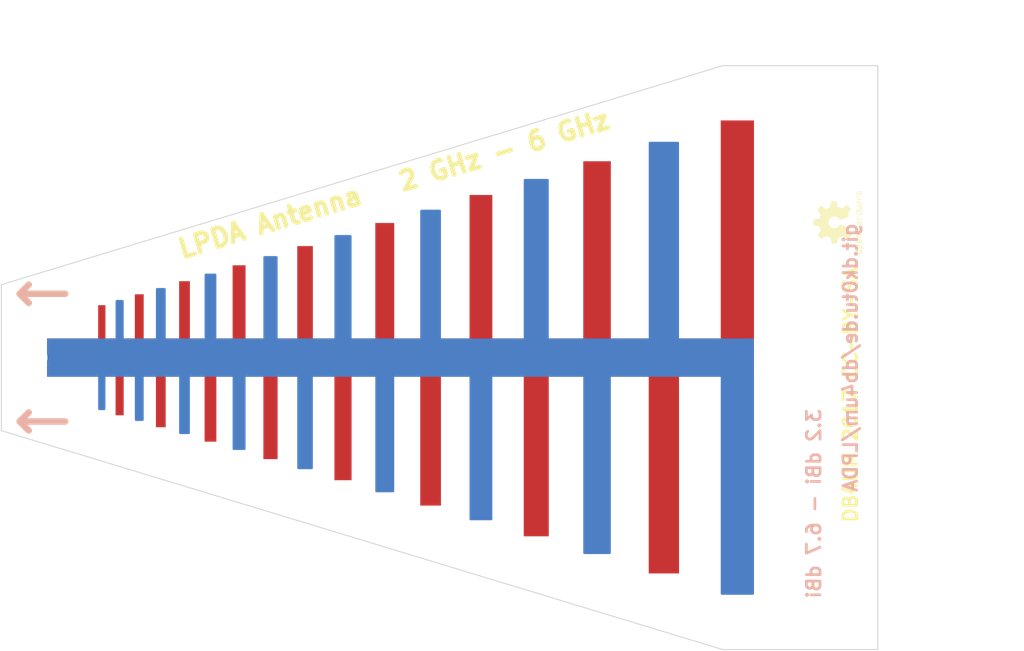
<source format=kicad_pcb>
(kicad_pcb (version 4) (host pcbnew 4.0.6-e0-6349~53~ubuntu16.04.1)
  (layers (0 F.Cu signal) (31 B.Cu signal) (34 B.Paste user) (35 F.Paste user) (36 B.SilkS user) (37 F.SilkS user) (38 B.Mask user) (39 F.Mask user) (44 Edge.Cuts user))
  (net 0 "")
  (net 1 GND)
  (net 2 HF)
  (module Mounting_Holes:MountingHole_2.7mm (layer F.Cu) (at 183 103)
    (fp_text reference REF** hide)
    (fp_text value MountingHole_2.7mm)
    (pad 1 np_thru_hole circle (at 0 0) (size 2.7 2.7) (drill 2.7) (layers *.Cu *.Mask))
  )
  (module Measurement_Points:Measurement_Point_Square-SMD-Pad_Small (layer B.Cu) (at 100.8 100)
    (fp_text reference TP1 hide)
    (fp_text value TEST hide)
    (pad 1 smd rect (at 0 0) (size 1.5 1.5) (layers B.Cu B.Mask) (net 1 GND))
  )
  (module Measurement_Points:Measurement_Point_Square-SMD-Pad_Small (layer F.Cu) (at 100.8 100)
    (fp_text reference TP2 hide)
    (fp_text value TEST)
    (pad 1 smd rect (at 0 0) (size 1.5 1.5) (layers F.Cu F.Mask) (net 2 HF))
  )
  (module Mounting_Holes:MountingHole_2.7mm (layer F.Cu) (at 98.7 100)
    (fp_text reference REF** hide)
    (fp_text value MountingHole_2.7mm)
    (pad 1 np_thru_hole circle (at 0 0) (size 2.7 2.7) (drill 2.7) (layers *.Cu *.Mask))
  )
  (module Mounting_Holes:MountingHole_3.2mm_M3_ISO7380 (layer F.Cu) (at 187 128)
    (fp_text reference REF** hide)
    (fp_text value MountingHole_3.2mm_M3_ISO7380)
    (pad 1 np_thru_hole circle (at 0 0) (size 3.2 3.2) (drill 3.2) (layers *.Cu *.Mask))
  )
  (module Mounting_Holes:MountingHole_3.2mm_M3_ISO7380 (layer F.Cu) (at 187 72)
    (fp_text reference REF** hide)
    (fp_text value MountingHole_3.2mm_M3_ISO7380)
    (pad 1 np_thru_hole circle (at 0 0) (size 3.2 3.2) (drill 3.2) (layers *.Cu *.Mask))
  )
  (module Mounting_Holes:MountingHole_2.7mm (layer F.Cu) (at 183 97)
    (fp_text reference REF** hide)
    (fp_text value MountingHole_2.7mm)
    (pad 1 np_thru_hole circle (at 0 0) (size 2.7 2.7) (drill 2.7) (layers *.Cu *.Mask))
  )
  (module OPENHARDWARE:OSHWLOGO0.3IN (layer F.Cu) (at 183 89 90)
    (fp_text reference G*** hide)
    (fp_text value LOGO hide)
  )
  (gr_line (start 97 93) (end 98 92) (layer B.SilkS) (width 0.7))
  (gr_line (start 102 93) (end 97 93) (layer B.SilkS) (width 0.7))
  (gr_line (start 97 93) (end 98 94) (layer B.SilkS) (width 0.7))
  (gr_line (start 97 93) (end 98 92) (layer F.SilkS) (width 0.7))
  (gr_line (start 102 93) (end 97 93) (layer F.SilkS) (width 0.7))
  (gr_line (start 97 93) (end 98 94) (layer F.SilkS) (width 0.7))
  (gr_line (start 97 107) (end 98 106) (layer B.SilkS) (width 0.7))
  (gr_line (start 97 107) (end 98 108) (layer B.SilkS) (width 0.7))
  (gr_line (start 102 107) (end 97 107) (layer B.SilkS) (width 0.7))
  (gr_line (start 97 107) (end 98 106) (layer F.SilkS) (width 0.7))
  (gr_line (start 97 107) (end 98 108) (layer F.SilkS) (width 0.7))
  (gr_line (start 102 107) (end 97 107) (layer F.SilkS) (width 0.7))
  (gr_text "3.2 dBi - 6.7 dBi" (at 184 116 90) (layer B.SilkS) (effects (font (size 1.5 1.5) (thickness 0.3)) (justify mirror)))
  (gr_text git.dk0tu.de/db4um/LPDA (at 188 100 90) (layer B.SilkS) (effects (font (size 1.5 1.5) (thickness 0.3)) (justify mirror)))
  (gr_text "DB4UM 2017 CC-BY-SA " (at 188 103.5 90) (layer F.SilkS) (effects (font (size 1.5 1.5) (thickness 0.3))))
  (gr_text "LPDA Antenna   2 GHz - 6 GHz" (at 138 81 17) (layer F.SilkS) (effects (font (size 2 2) (thickness 0.5))))
  (gr_line (start 191 132) (end 191 68) (layer Edge.Cuts) (width 0.1))
  (gr_line (start 191 68) (end 174 68) (layer Edge.Cuts) (width 0.1))
  (gr_line (start 174 132) (end 191 132) (layer Edge.Cuts) (width 0.1))
  (gr_line (start 95 108) (end 174 132) (layer Edge.Cuts) (width 0.1))
  (gr_line (start 95 92) (end 95 108) (layer Edge.Cuts) (width 0.1))
  (gr_line (start 174 68) (end 95 92) (layer Edge.Cuts) (width 0.1))
  (segment (start 100.4 100) (end 106.8 100) (width 0.25) (layer B.Cu) (net 1))
  (segment (start 100.6 100) (end 107.8 100) (width 0.25) (layer F.Cu) (net 2))
  (zone (net 2) (net_name HF) (layer F.Cu) (connect_pads yes (clearance 0)) (min_thickness 0.0254) (fill yes (arc_segments 16) (thermal_gap 0) (thermal_bridge_width 0))
    (polygon (pts (xy 100 102.1) (xy 100 97.9) (xy 105.6 97.9) (xy 105.6 94.25) (xy 106.4 94.25) (xy 106.4 97.9) (xy 109.62 97.9) (xy 109.62 93.06) (xy 110.59 93.06) (xy 110.59 97.9) (xy 114.47 97.9) (xy 114.47 91.62) (xy 115.65 91.62) (xy 115.65 97.9) (xy 120.33 97.9) (xy 120.33 89.88) (xy 121.75 89.88) (xy 121.75 97.9) (xy 127.41 97.9) (xy 127.41 87.77) (xy 129.12 87.77) (xy 129.12 97.9) (xy 135.96 97.9) (xy 135.96 85.24) (xy 138.03 85.24) (xy 138.03 97.9) (xy 146.28 97.9) (xy 146.28 82.17) (xy 148.78 82.17) (xy 148.78 97.9) (xy 158.74 97.9) (xy 158.74 78.47) (xy 161.76 78.47) (xy 161.76 97.9) (xy 173.8 97.9) (xy 173.8 74) (xy 177.44 74) (xy 177.44 102.1) (xy 169.23 102.1) (xy 169.23 123.66) (xy 165.91 123.66) (xy 165.91 102.1) (xy 154.96 102.1) (xy 154.96 119.59) (xy 152.22 119.59) (xy 152.22 102.1) (xy 143.15 102.1) (xy 143.15 116.22) (xy 140.88 116.22) (xy 140.88 102.1) (xy 133.36 102.1) (xy 133.36 113.44) (xy 131.48 113.44) (xy 131.48 102.1) (xy 125.26 102.1) (xy 125.26 111.13) (xy 123.7 111.13) (xy 123.7 102.1) (xy 118.55 102.1) (xy 118.55 109.21) (xy 117.26 109.21) (xy 117.26 102.1) (xy 113 102.1) (xy 113 107.63) (xy 111.93 107.63) (xy 111.93 102.1) (xy 108.4 102.1) (xy 108.4 106.32) (xy 107.51 106.32) (xy 107.51 102.1)))
  )
  (zone (net 1) (net_name GND) (layer B.Cu) (connect_pads yes (clearance 0)) (min_thickness 0.254) (fill yes (arc_segments 16) (thermal_gap 0.508) (thermal_bridge_width 0.508))
    (polygon (pts (xy 100 97.9) (xy 100 102.1) (xy 105.6 102.1) (xy 105.6 105.75) (xy 106.4 105.75) (xy 106.4 102.1) (xy 109.62 102.1) (xy 109.62 106.94) (xy 110.59 106.94) (xy 110.59 102.1) (xy 114.47 102.1) (xy 114.47 108.38) (xy 115.65 108.38) (xy 115.65 102.1) (xy 120.33 102.1) (xy 120.33 110.12) (xy 121.75 110.12) (xy 121.75 102.1) (xy 127.41 102.1) (xy 127.41 112.23) (xy 129.12 112.23) (xy 129.12 102.1) (xy 135.96 102.1) (xy 135.96 114.76) (xy 138.03 114.76) (xy 138.03 102.1) (xy 146.28 102.1) (xy 146.28 117.83) (xy 148.78 117.83) (xy 148.78 102.1) (xy 158.74 102.1) (xy 158.74 121.53) (xy 161.76 121.53) (xy 161.76 102.1) (xy 173.8 102.1) (xy 173.8 126) (xy 177.44 126) (xy 177.44 97.9) (xy 169.23 97.9) (xy 169.23 76.34) (xy 165.91 76.34) (xy 165.91 97.9) (xy 154.96 97.9) (xy 154.96 80.41) (xy 152.22 80.41) (xy 152.22 97.9) (xy 143.15 97.9) (xy 143.15 83.78) (xy 140.88 83.78) (xy 140.88 97.9) (xy 133.36 97.9) (xy 133.36 86.56) (xy 131.48 86.56) (xy 131.48 97.9) (xy 125.26 97.9) (xy 125.26 88.87) (xy 123.7 88.87) (xy 123.7 97.9) (xy 118.55 97.9) (xy 118.55 90.79) (xy 117.26 90.79) (xy 117.26 97.9) (xy 113 97.9) (xy 113 92.37) (xy 111.93 92.37) (xy 111.93 97.9) (xy 108.4 97.9) (xy 108.4 93.68) (xy 107.51 93.68) (xy 107.51 97.9)))
  )
)
</source>
